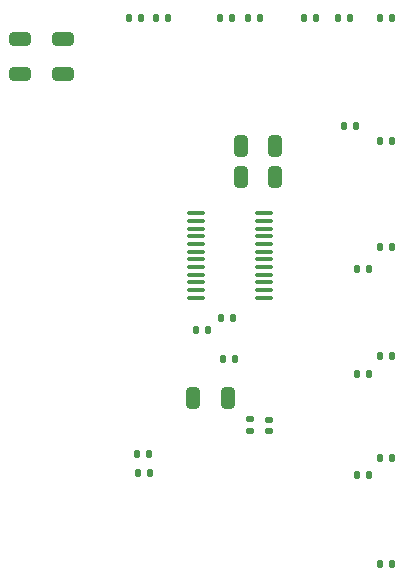
<source format=gbr>
%TF.GenerationSoftware,KiCad,Pcbnew,9.0.0*%
%TF.CreationDate,2025-04-21T23:38:42+01:00*%
%TF.ProjectId,CapyController,43617079-436f-46e7-9472-6f6c6c65722e,rev?*%
%TF.SameCoordinates,Original*%
%TF.FileFunction,Paste,Top*%
%TF.FilePolarity,Positive*%
%FSLAX46Y46*%
G04 Gerber Fmt 4.6, Leading zero omitted, Abs format (unit mm)*
G04 Created by KiCad (PCBNEW 9.0.0) date 2025-04-21 23:38:42*
%MOMM*%
%LPD*%
G01*
G04 APERTURE LIST*
G04 Aperture macros list*
%AMRoundRect*
0 Rectangle with rounded corners*
0 $1 Rounding radius*
0 $2 $3 $4 $5 $6 $7 $8 $9 X,Y pos of 4 corners*
0 Add a 4 corners polygon primitive as box body*
4,1,4,$2,$3,$4,$5,$6,$7,$8,$9,$2,$3,0*
0 Add four circle primitives for the rounded corners*
1,1,$1+$1,$2,$3*
1,1,$1+$1,$4,$5*
1,1,$1+$1,$6,$7*
1,1,$1+$1,$8,$9*
0 Add four rect primitives between the rounded corners*
20,1,$1+$1,$2,$3,$4,$5,0*
20,1,$1+$1,$4,$5,$6,$7,0*
20,1,$1+$1,$6,$7,$8,$9,0*
20,1,$1+$1,$8,$9,$2,$3,0*%
G04 Aperture macros list end*
%ADD10RoundRect,0.135000X-0.135000X-0.185000X0.135000X-0.185000X0.135000X0.185000X-0.135000X0.185000X0*%
%ADD11RoundRect,0.135000X0.135000X0.185000X-0.135000X0.185000X-0.135000X-0.185000X0.135000X-0.185000X0*%
%ADD12RoundRect,0.250000X0.650000X-0.325000X0.650000X0.325000X-0.650000X0.325000X-0.650000X-0.325000X0*%
%ADD13RoundRect,0.100000X0.637500X0.100000X-0.637500X0.100000X-0.637500X-0.100000X0.637500X-0.100000X0*%
%ADD14RoundRect,0.147500X-0.172500X0.147500X-0.172500X-0.147500X0.172500X-0.147500X0.172500X0.147500X0*%
%ADD15RoundRect,0.250000X0.325000X0.650000X-0.325000X0.650000X-0.325000X-0.650000X0.325000X-0.650000X0*%
%ADD16RoundRect,0.135000X0.185000X-0.135000X0.185000X0.135000X-0.185000X0.135000X-0.185000X-0.135000X0*%
G04 APERTURE END LIST*
D10*
%TO.C,R20*%
X196990000Y-115150000D03*
X198010000Y-115150000D03*
%TD*%
%TO.C,R14*%
X213940000Y-76600000D03*
X214960000Y-76600000D03*
%TD*%
%TO.C,R21*%
X196940000Y-113500000D03*
X197960000Y-113500000D03*
%TD*%
%TO.C,R15*%
X211040000Y-76600000D03*
X212060000Y-76600000D03*
%TD*%
%TO.C,R19*%
X196240000Y-76600000D03*
X197260000Y-76600000D03*
%TD*%
D11*
%TO.C,R9*%
X216535000Y-97875000D03*
X215515000Y-97875000D03*
%TD*%
D10*
%TO.C,R13*%
X214465000Y-85775000D03*
X215485000Y-85775000D03*
%TD*%
D12*
%TO.C,C2*%
X187025000Y-81375000D03*
X187025000Y-78425000D03*
%TD*%
D10*
%TO.C,R12*%
X217490000Y-76600000D03*
X218510000Y-76600000D03*
%TD*%
%TO.C,R22*%
X204190000Y-105500000D03*
X205210000Y-105500000D03*
%TD*%
%TO.C,R6*%
X217465000Y-113850000D03*
X218485000Y-113850000D03*
%TD*%
D12*
%TO.C,C1*%
X190650000Y-81375000D03*
X190650000Y-78425000D03*
%TD*%
D13*
%TO.C,U2*%
X207625000Y-100300000D03*
X207625000Y-99650000D03*
X207625000Y-99000000D03*
X207625000Y-98350000D03*
X207625000Y-97700000D03*
X207625000Y-97050000D03*
X207625000Y-96400000D03*
X207625000Y-95750000D03*
X207625000Y-95100000D03*
X207625000Y-94450000D03*
X207625000Y-93800000D03*
X207625000Y-93150000D03*
X201900000Y-93150000D03*
X201900000Y-93800000D03*
X201900000Y-94450000D03*
X201900000Y-95100000D03*
X201900000Y-95750000D03*
X201900000Y-96400000D03*
X201900000Y-97050000D03*
X201900000Y-97700000D03*
X201900000Y-98350000D03*
X201900000Y-99000000D03*
X201900000Y-99650000D03*
X201900000Y-100300000D03*
%TD*%
D14*
%TO.C,D1*%
X208100000Y-110615000D03*
X208100000Y-111585000D03*
%TD*%
D15*
%TO.C,C5*%
X208625000Y-87450000D03*
X205675000Y-87450000D03*
%TD*%
D10*
%TO.C,R16*%
X206290000Y-76600000D03*
X207310000Y-76600000D03*
%TD*%
D16*
%TO.C,R1*%
X206450000Y-111610000D03*
X206450000Y-110590000D03*
%TD*%
D11*
%TO.C,R2*%
X205010000Y-102000000D03*
X203990000Y-102000000D03*
%TD*%
D10*
%TO.C,R17*%
X203940000Y-76600000D03*
X204960000Y-76600000D03*
%TD*%
D11*
%TO.C,R5*%
X216535000Y-115300000D03*
X215515000Y-115300000D03*
%TD*%
%TO.C,R7*%
X216535000Y-106775000D03*
X215515000Y-106775000D03*
%TD*%
D15*
%TO.C,C4*%
X208625000Y-90050000D03*
X205675000Y-90050000D03*
%TD*%
D10*
%TO.C,R11*%
X217490000Y-87000000D03*
X218510000Y-87000000D03*
%TD*%
D15*
%TO.C,C3*%
X204575000Y-108800000D03*
X201625000Y-108800000D03*
%TD*%
D10*
%TO.C,R18*%
X198540000Y-76600000D03*
X199560000Y-76600000D03*
%TD*%
%TO.C,R4*%
X217490000Y-122875000D03*
X218510000Y-122875000D03*
%TD*%
%TO.C,R10*%
X217490000Y-96000000D03*
X218510000Y-96000000D03*
%TD*%
%TO.C,R3*%
X201890000Y-103000000D03*
X202910000Y-103000000D03*
%TD*%
%TO.C,R8*%
X217490000Y-105250000D03*
X218510000Y-105250000D03*
%TD*%
M02*

</source>
